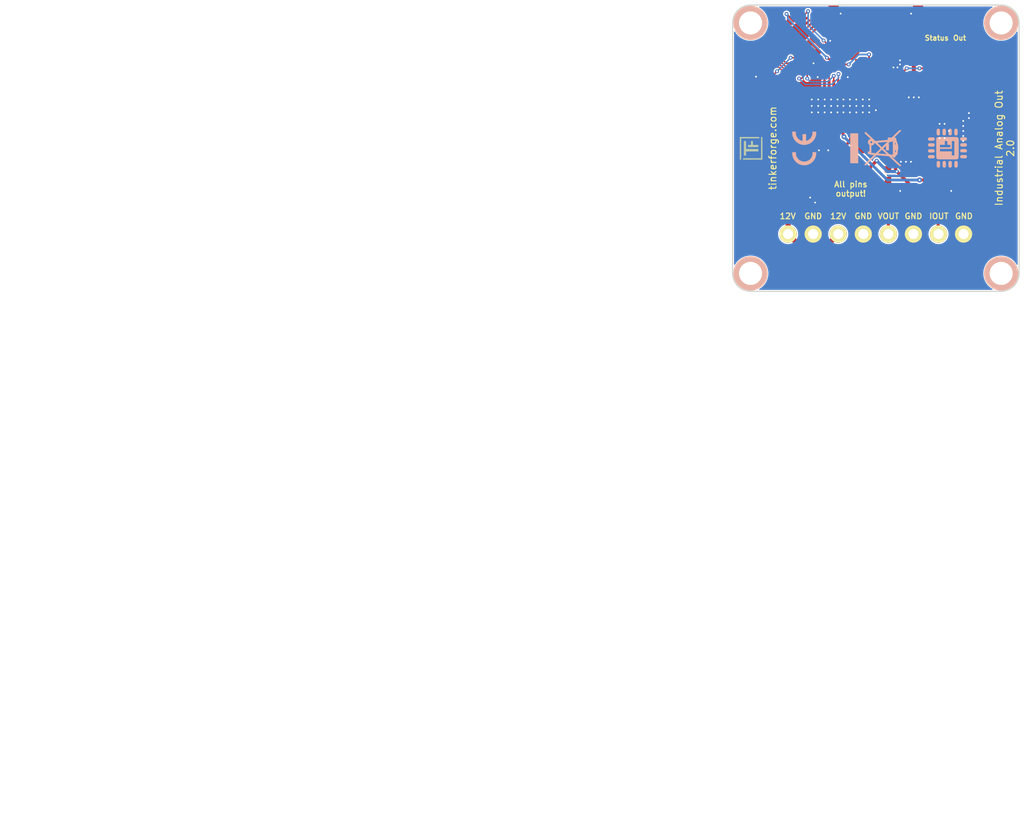
<source format=kicad_pcb>
(kicad_pcb (version 20221018) (generator pcbnew)
  (title_block (title "Industrial Analog Out") (date "2023-01-25") (rev "2.0") (company "Tinkerforge GmbH") (comment 1 "Copyright (©) 2023, T.Schneidermann <tim@tinkerforge.com>"))
  (layers (0 "F.Cu" signal) (31 "B.Cu" signal) (34 "B.Paste" user) (35 "F.Paste" user) (36 "B.SilkS" user "B.Silkscreen") (37 "F.SilkS" user "F.Silkscreen") (38 "B.Mask" user) (39 "F.Mask" user) (44 "Edge.Cuts" user))
  (net 0 "")
  (net 1 "3V3")
  (net 2 "GND")
  (net 3 "+5V")
  (net 4 "Net-(P1-Pad4)")
  (net 5 "Net-(P1-Pad5)")
  (net 6 "Net-(P1-Pad6)")
  (net 7 "+12V")
  (net 8 "Net-(D2-Pad3)")
  (net 9 "Net-(D3-Pad3)")
  (net 10 "Net-(D4-Pad1)")
  (net 11 "Net-(R4-Pad2)")
  (net 12 "Net-(R5-Pad1)")
  (net 13 "Net-(R6-Pad2)")
  (net 14 "Net-(R8-Pad2)")
  (net 15 "Net-(D1-Pad1)")
  (net 16 "Net-(R1-Pad2)")
  (net 17 "Net-(C2-Pad2)")
  (net 18 "Net-(C4-Pad1)")
  (net 19 "Net-(C4-Pad2)")
  (net 20 "Net-(C8-Pad1)")
  (net 21 "Net-(C11-Pad1)")
  (net 22 "Net-(C11-Pad2)")
  (net 23 "Net-(L4-Pad2)")
  (net 24 "Net-(U3-Pad18)")
  (net 25 "Net-(U3-Pad20)")
  (net 26 "Net-(C12-Pad1)")
  (net 27 "Net-(D5-Pad2)")
  (net 28 "Net-(P3-Pad1)")
  (net 29 "Net-(P4-Pad2)")
  (net 30 "S-MISO")
  (net 31 "S-MOSI")
  (net 32 "S-CLK")
  (net 33 "S-CS")
  (net 34 "M-CS")
  (net 35 "M-CLK")
  (net 36 "M-MISO")
  (net 37 "M-MOSI")
  (net 38 "P0.2")
  (net 39 "Net-(RP2-Pad6)")
  (net 40 "Net-(RP2-Pad7)")
  (net 41 "Net-(RP2-Pad8)")
  (net 42 "Net-(U2-Pad3)")
  (net 43 "Net-(U2-Pad4)")
  (net 44 "Net-(U2-Pad5)")
  (net 45 "Net-(U2-Pad6)")
  (net 46 "Net-(U2-Pad8)")
  (net 47 "Net-(U2-Pad16)")
  (net 48 "Net-(U2-Pad17)")
  (net 49 "Net-(U2-Pad19)")
  (net 50 "Net-(U2-Pad21)")
  (net 51 "Net-(U2-Pad2)")
  (net 52 "Net-(D6-Pad2)")
  (net 53 "Net-(RP3-Pad2)")
  (net 54 "Net-(RP3-Pad3)")
  (net 55 "Net-(RP3-Pad5)")
  (net 56 "Net-(RP3-Pad6)")
  (net 57 "Net-(RP3-Pad7)")
  (net 58 "Net-(RP3-Pad8)")
  (footprint "tinkerforge:Fiducial_Mark" (layer "F.Cu") (at 117.1 112.5)
    (fp_text reference "Fiducial_Mark" hide)
    (fp_text value "VAL**" hide)
  )
  (footprint "tinkerforge:Fiducial_Mark" (layer "F.Cu") (at 154.1 87.5)
    (fp_text reference "Fiducial_Mark" hide)
    (fp_text value "VAL**" hide)
  )
  (footprint "tinkerforge:Fiducial_Mark" (layer "F.Cu") (at 117.1 87.5)
    (fp_text reference "Fiducial_Mark" hide)
    (fp_text value "VAL**" hide)
  )
  (footprint "logo:Logo_31x31" (layer "F.Cu") (at 116.6 101.6 90)
    (fp_text reference "G***" hide)
    (fp_text value "Logo_31x31" hide)
  )
  (footprint "kicad-libraries:SOD-123" (layer "F.Cu") (at 144.3 95 180)
    (fp_text reference "D1")
    (fp_text value "B0520LW")
  )
  (footprint "kicad-libraries:SOT23-3" (layer "F.Cu") (at 137.3 107)
    (fp_text reference "D2")
    (fp_text value "DESD1P0RFW")
  )
  (footprint "kicad-libraries:SOT23-3" (layer "F.Cu") (at 144.3 107)
    (fp_text reference "D3")
    (fp_text value "DESD1P0RFW")
  )
  (footprint "kicad-libraries:SOD-323" (layer "F.Cu") (at 125.1 107.6)
    (fp_text reference "D4")
    (fp_text value "CDSOD323-T15SC")
  )
  (footprint "kicad-libraries:OQ_8P" (layer "F.Cu") (at 135.6 112)
    (fp_text reference "P2")
    (fp_text value "CONN_8")
  )
  (footprint "kicad-libraries:TSSOP24-44-PWR" (layer "F.Cu") (at 130.7 94.1 180)
    (fp_text reference "U3")
    (fp_text value "DACX760")
  )
  (footprint "kicad-libraries:DRILL_NP" (layer "F.Cu") (at 118.1 117.5)
    (fp_text reference "U4" hide)
    (fp_text value "DRILL" hide)
  )
  (footprint "kicad-libraries:DRILL_NP" (layer "F.Cu") (at 153.1 117.5)
    (fp_text reference "U5" hide)
    (fp_text value "DRILL" hide)
  )
  (footprint "kicad-libraries:DRILL_NP" (layer "F.Cu") (at 153.1 82.5)
    (fp_text reference "U6" hide)
    (fp_text value "DRILL" hide)
  )
  (footprint "kicad-libraries:DRILL_NP" (layer "F.Cu") (at 118.1 82.5)
    (fp_text reference "U7" hide)
    (fp_text value "DRILL" hide)
  )
  (footprint "kicad-libraries:SOT23-5" (layer "F.Cu") (at 147.8 97.6 -90)
    (fp_text reference "U1")
    (fp_text value "LMR62014X")
  )
  (footprint "kicad-libraries:NR3030" (layer "F.Cu") (at 147.8 92.5)
    (fp_text reference "L2")
    (fp_text value "10µH")
  )
  (footprint "kicad-libraries:C0805" (layer "F.Cu") (at 140.9 91.1 90)
    (fp_text reference "C1")
    (fp_text value "4.7µF")
  )
  (footprint "kicad-libraries:C0805" (layer "F.Cu") (at 148.8 95.1)
    (fp_text reference "C2")
    (fp_text value "4.7µF")
  )
  (footprint "kicad-libraries:C0805" (layer "F.Cu") (at 143.9 97.6 180)
    (fp_text reference "C5")
    (fp_text value "4.7µF")
  )
  (footprint "kicad-libraries:C0805" (layer "F.Cu") (at 139.8 100.1 90)
    (fp_text reference "C7")
    (fp_text value "4.7µF")
  )
  (footprint "kicad-libraries:C1206" (layer "F.Cu") (at 125.3 105 180)
    (fp_text reference "F1")
    (fp_text value "OZCJ0035FF2G")
  )
  (footprint "kicad-libraries:C0805" (layer "F.Cu") (at 137.5 86.5)
    (fp_text reference "C3")
    (fp_text value "10uF")
  )
  (footprint "kicad-libraries:C0603F" (layer "F.Cu") (at 137.5 88)
    (fp_text reference "C13")
    (fp_text value "1uF")
  )
  (footprint "kicad-libraries:C0603F" (layer "F.Cu") (at 126.9 87.1 -135)
    (fp_text reference "C14")
    (fp_text value "100nF")
  )
  (footprint "kicad-libraries:D0603F" (layer "F.Cu") (at 144.1 82.5 -90)
    (fp_text reference "D5")
    (fp_text value "blue")
  )
  (footprint "kicad-libraries:CON-SENSOR2" (layer "F.Cu") (at 135.6 80 180)
    (fp_text reference "P1")
    (fp_text value "CON-SENSOR2")
  )
  (footprint "kicad-libraries:DEBUG_PAD" (layer "F.Cu") (at 127.9 81.2)
    (fp_text reference "P3")
    (fp_text value "DEBUG")
  )
  (footprint "kicad-libraries:SolderJumper" (layer "F.Cu") (at 120 90)
    (fp_text reference "P4")
    (fp_text value "BOOT")
  )
  (footprint "kicad-libraries:4X0402" (layer "F.Cu") (at 130.4 86.8 90)
    (fp_text reference "RP1")
    (fp_text value "82")
  )
  (footprint "kicad-libraries:4X0402" (layer "F.Cu") (at 124.2 88.9 90)
    (fp_text reference "RP2")
    (fp_text value "82")
  )
  (footprint "kicad-libraries:QFN24-4x4mm-0.5mm" (layer "F.Cu") (at 124.8 84 45)
    (fp_text reference "U2")
    (fp_text value "XMC1100")
  )
  (footprint "kicad-libraries:C0603F" (layer "F.Cu") (at 144.5 99.9)
    (fp_text reference "C4")
    (fp_text value "270pF")
  )
  (footprint "kicad-libraries:C0603F" (layer "F.Cu") (at 133.9 89.3)
    (fp_text reference "C6")
    (fp_text value "100nF")
  )
  (footprint "kicad-libraries:C0603F" (layer "F.Cu") (at 128.3 99.5 -90)
    (fp_text reference "C8")
    (fp_text value "100nF")
  )
  (footprint "kicad-libraries:C0603F" (layer "F.Cu") (at 136.9 96.3 -90)
    (fp_text reference "C9")
    (fp_text value "100nF")
  )
  (footprint "kicad-libraries:C0603F" (layer "F.Cu") (at 135.6 96.3 -90)
    (fp_text reference "C10")
    (fp_text value "100pF")
  )
  (footprint "kicad-libraries:C0603F" (layer "F.Cu") (at 130 99.5 90)
    (fp_text reference "C11")
    (fp_text value "1nF")
  )
  (footprint "kicad-libraries:R0603F" (layer "F.Cu") (at 150.4 97.6 -90)
    (fp_text reference "R1")
    (fp_text value "1M")
  )
  (footprint "kicad-libraries:R0603F" (layer "F.Cu") (at 147.4 99.9)
    (fp_text reference "R2")
    (fp_text value "13.3k")
  )
  (footprint "kicad-libraries:R0603F" (layer "F.Cu") (at 144.5 101.2)
    (fp_text reference "R3")
    (fp_text value "118k")
  )
  (footprint "kicad-libraries:R0603F" (layer "F.Cu") (at 133.9 88 180)
    (fp_text reference "R4")
    (fp_text value "10k")
  )
  (footprint "kicad-libraries:R0603F" (layer "F.Cu") (at 127 99.5 -90)
    (fp_text reference "R5")
    (fp_text value "DNP")
  )
  (footprint "kicad-libraries:R0603F" (layer "F.Cu") (at 133.6 99.5 90)
    (fp_text reference "R6")
    (fp_text value "15")
  )
  (footprint "kicad-libraries:R0603F" (layer "F.Cu") (at 132.3 99.5 90)
    (fp_text reference "R7")
    (fp_text value "15")
  )
  (footprint "kicad-libraries:R0603F" (layer "F.Cu") (at 143.4 104.4 180)
    (fp_text reference "R8")
    (fp_text value "10")
  )
  (footprint "kicad-libraries:D0603F" (layer "F.Cu") (at 147.3 82.5 -90)
    (fp_text reference "D6")
    (fp_text value "blue")
  )
  (footprint "kicad-libraries:4X0603" (layer "F.Cu") (at 144.4 87.1 -90)
    (fp_text reference "RP3")
    (fp_text value "1k")
  )
  (footprint "kicad-libraries:C0402F" (layer "F.Cu") (at 130.3 85 180)
    (fp_text reference "C12")
    (fp_text value "220pF")
  )
  (footprint "kicad-libraries:R0603F" (layer "F.Cu") (at 143.2 90.1 180)
    (fp_text reference "L1")
    (fp_text value "FB")
  )
  (footprint "kicad-libraries:R0603F" (layer "F.Cu") (at 140.6 97.6)
    (fp_text reference "L3")
    (fp_text value "FB")
  )
  (footprint "kicad-libraries:R0603F" (layer "F.Cu") (at 137.3 103.7 90)
    (fp_text reference "L4")
    (fp_text value "FB")
  )
  (footprint "kicad-libraries:WEEE_7mm" (layer "B.Cu") (at 135.6 100 90)
    (fp_text reference "VAL" hide)
    (fp_text value "WEEE_7mm_back" hide)
  )
  (footprint "kicad-libraries:CE_5mm" (layer "B.Cu") (at 125.6 100 90)
    (fp_text reference "VAL" hide)
    (fp_text value "CE_5mm" hide)
  )
  (footprint "kicad-libraries:Logo_CoMCU" (layer "B.Cu") (at 145.6 100 90)
    (fp_text reference "G***" hide)
    (fp_text value "LOGO" hide)
  )
  (gr_arc (start 115.6 82.5) (mid 116.332233 80.732233) (end 118.1 80) (stroke (width 0.15)) (layer "Edge.Cuts"))
  (gr_line (start 155.6 117.5) (end 155.6 82.5) (stroke (width 0.15)) (layer "Edge.Cuts"))
  (gr_arc (start 118.1 120) (mid 116.332233 119.267767) (end 115.6 117.5) (stroke (width 0.15)) (layer "Edge.Cuts"))
  (gr_line (start 118.1 120) (end 153.1 120) (stroke (width 0.15)) (layer "Edge.Cuts"))
  (gr_arc (start 155.6 117.5) (mid 154.867767 119.267767) (end 153.1 120) (stroke (width 0.15)) (layer "Edge.Cuts"))
  (gr_line (start 115.6 82.5) (end 115.6 117.5) (stroke (width 0.15)) (layer "Edge.Cuts"))
  (gr_line (start 153.1 80) (end 118.1 80) (stroke (width 0.15)) (layer "Edge.Cuts"))
  (gr_arc (start 153.1 80) (mid 154.867767 80.732233) (end 155.6 82.5) (stroke (width 0.15)) (layer "Edge.Cuts"))
  (gr_text "GND" (at 133.85 109.5) (layer "F.SilkS") (effects (font (size 0.8 0.8))))
  (gr_text "VOUT" (at 137.35 109.5) (layer "F.SilkS") (effects (font (size 0.8 0.8))))
  (gr_text "tinkerforge.com" (at 121.2 100 90) (layer "F.SilkS") (effects (font (size 1 1))))
  (gr_text "GND" (at 126.85 109.5) (layer "F.SilkS") (effects (font (size 0.8 0.8))))
  (gr_text "All pins\noutput!" (at 132.1 105.7) (layer "F.SilkS") (effects (font (size 0.8 0.8))))
  (gr_text "IOUT" (at 144.4 109.5) (layer "F.SilkS") (effects (font (size 0.8 0.8))))
  (gr_text "12V" (at 130.35 109.5) (layer "F.SilkS") (effects (font (size 0.8 0.8))))
  (gr_text "GND" (at 147.9 109.5) (layer "F.SilkS") (effects (font (size 0.8 0.8))))
  (gr_text "Status" (at 144.1 84.6) (layer "F.SilkS") (effects (font (size 0.7 0.7))))
  (gr_text "12V" (at 123.3 109.5) (layer "F.SilkS") (effects (font (size 0.8 0.8))))
  (gr_text "GND" (at 140.85 109.5) (layer "F.SilkS") (effects (font (size 0.8 0.8))))
  (gr_text "Industrial Analog Out\n2.0" (at 153.6 100 90) (layer "F.SilkS") (effects (font (size 1 1))))
  (gr_text "Out" (at 147.3 84.6) (layer "F.SilkS") (effects (font (size 0.7 0.7))))
  (segment (start 133.62354 89.82364) (end 133.0999 89.3) (width 0.4) (layer "F.Cu") (net 1))
  (segment (start 133.35 89.3) (end 133.0999 89.3) (width 0.4) (layer "F.Cu") (net 1))
  (segment (start 136.85 85.61) (end 136.48924 85.97076) (width 0.5) (layer "F.Cu") (net 1))
  (segment (start 136.48924 85.97076) (end 136.48924 86.5) (width 0.5) (layer "F.Cu") (net 1))
  (segment (start 136.48924 87.15924) (end 136.74 87.41) (width 0.5) (layer "F.Cu") (net 1))
  (segment (start 136.74 87.41) (end 136.74 87.99) (width 0.5) (layer "F.Cu") (net 1))
  (segment (start 134.64 86.91) (end 134.65 86.92) (width 0.3) (layer "F.Cu") (net 1))
  (segment (start 139.91 88.85) (end 139.36 89.4) (width 0.25) (layer "F.Cu") (net 1))
  (segment (start 139.36 89.4) (end 137.21 89.4) (width 0.25) (layer "F.Cu") (net 1))
  (segment (start 137.21 89.4) (end 136.74 88.93) (width 0.25) (layer "F.Cu") (net 1))
  (segment (start 136.74 87.99) (end 136.74 88.93) (width 0.25) (layer "F.Cu") (net 1))
  (segment (start 147.25 88.85) (end 148.6 87.5) (width 0.254) (layer "F.Cu") (net 1))
  (segment (start 148.6 87.5) (end 148.6 82.7) (width 0.254) (layer "F.Cu") (net 1))
  (segment (start 148.6 82.7) (end 147.65 81.75) (width 0.254) (layer "F.Cu") (net 1))
  (segment (start 147.65 81.75) (end 147.3 81.75) (width 0.254) (layer "F.Cu") (net 1))
  (segment (start 127.43033 86.276777) (end 126.408668 85.255115) (width 0.2) (layer "F.Cu") (net 1))
  (segment (start 136.73 88) (end 136.74 87.99) (width 0.55) (layer "F.Cu") (net 1))
  (segment (start 128.922182 88.3) (end 131.8 88.3) (width 0.25) (layer "F.Cu") (net 1))
  (segment (start 127.43033 86.56967) (end 127.43033 86.808148) (width 0.25) (layer "F.Cu") (net 1))
  (segment (start 134.65 88) (end 136.73 88) (width 0.55) (layer "F.Cu") (net 1))
  (segment (start 136.85 84.6) (end 136.85 85.61) (width 0.5) (layer "F.Cu") (net 1))
  (segment (start 133.35 89.3) (end 133.9 88.75) (width 0.3) (layer "F.Cu") (net 1))
  (segment (start 133.62354 91.17646) (end 133.62354 89.82364) (width 0.4) (layer "F.Cu") (net 1))
  (segment (start 133.9 88.55) (end 134.45 88) (width 0.3) (layer "F.Cu") (net 1))
  (segment (start 141.7 88.85) (end 147.25 88.85) (width 0.254) (layer "F.Cu") (net 1))
  (segment (start 134.45 88) (end 134.65 88) (width 0.3) (layer "F.Cu") (net 1))
  (segment (start 133.9 88.75) (end 133.9 88.55) (width 0.3) (layer "F.Cu") (net 1))
  (segment (start 134.65 86.92) (end 134.65 88) (width 0.25) (layer "F.Cu") (net 1))
  (segment (start 136.48924 86.5) (end 136.48924 87.15924) (width 0.5) (layer "F.Cu") (net 1))
  (segment (start 144.1 81.75) (end 147.3 81.75) (width 0.254) (layer "F.Cu") (net 1))
  (segment (start 133.15 89.3) (end 133.35 89.3) (width 0.3) (layer "F.Cu") (net 1))
  (segment (start 127.43033 86.56967) (end 127.43033 86.276777) (width 0.2) (layer "F.Cu") (net 1))
  (segment (start 127.43033 86.808148) (end 128.922182 88.3) (width 0.25) (layer "F.Cu") (net 1))
  (via (at 141.7 88.85) (size 0.55) (drill 0.25) (layers "F.Cu" "B.Cu") (net 1))
  (via (at 139.91 88.85) (size 0.55) (drill 0.25) (layers "F.Cu" "B.Cu") (net 1))
  (via (at 134.64 86.91) (size 0.55) (drill 0.25) (layers "F.Cu" "B.Cu") (net 1))
  (via (at 131.8 88.3) (size 0.55) (drill 0.25) (layers "F.Cu" "B.Cu") (net 1))
  (segment (start 131.8 88.3) (end 133.19 86.91) (width 0.25) (layer "B.Cu") (net 1))
  (segment (start 133.19 86.91) (end 134.64 86.91) (width 0.25) (layer "B.Cu") (net 1))
  (segment (start 141.7 88.85) (end 139.91 88.85) (width 0.25) (layer "B.Cu") (net 1))
  (segment (start 133.62354 96.07646) (end 134.2001 95.4999) (width 0.4) (layer "F.Cu") (net 2))
  (segment (start 134.2001 95.4999) (end 135.6 95.4999) (width 0.4) (layer "F.Cu") (net 2))
  (segment (start 134.27378 89.72632) (end 134.7001 89.3) (width 0.4) (layer "F.Cu") (net 2))
  (segment (start 131.67282 90.07718) (end 131.675 90.075) (width 0.4) (layer "F.Cu") (net 2))
  (segment (start 132.32306 90.72306) (end 131.675 90.075) (width 0.4) (layer "F.Cu") (net 2))
  (segment (start 131.02258 90.72742) (end 131.675 90.075) (width 0.4) (layer "F.Cu") (net 2))
  (segment (start 128.9499 100.3001) (end 128.95 100.3) (width 0.4) (layer "F.Cu") (net 2))
  (segment (start 129.07694 100.17306) (end 128.95 100.3) (width 0.3) (layer "F.Cu") (net 2))
  (segment (start 127.6499 100.3001) (end 127.65 100.3) (width 0.4) (layer "F.Cu") (net 2))
  (segment (start 127.6501 100.3001) (end 127.65 100.3) (width 0.4) (layer "F.Cu") (net 2))
  (segment (start 140.85018 109.80018) (end 138.189 107.139) (width 0.7) (layer "F.Cu") (net 2))
  (segment (start 138.189 107.139) (end 138.189 105.984) (width 0.7) (layer "F.Cu") (net 2))
  (segment (start 138.991 105.984) (end 139 105.975) (width 0.7) (layer "F.Cu") (net 2))
  (segment (start 147.85042 110.60042) (end 145.725 108.475) (width 0.7) (layer "F.Cu") (net 2))
  (segment (start 145.725 108.475) (end 145.725 106.52) (width 0.7) (layer "F.Cu") (net 2))
  (segment (start 145.725 106.52) (end 145.189 105.984) (width 0.7) (layer "F.Cu") (net 2))
  (segment (start 146.116 105.984) (end 146.125 105.975) (width 0.7) (layer "F.Cu") (net 2))
  (segment (start 133.84994 111.62494) (end 131.55 109.325) (width 0.7) (layer "F.Cu") (net 2))
  (segment (start 131.55 109.325) (end 127.225 109.325) (width 0.7) (layer "F.Cu") (net 2))
  (segment (start 127.225 109.325) (end 126.4208 108.5208) (width 0.7) (layer "F.Cu") (net 2))
  (segment (start 126.4208 108.5208) (end 126.4208 107.6) (width 0.7) (layer "F.Cu") (net 2))
  (segment (start 126.8497 108.9497) (end 126.4208 108.5208) (width 0.7) (layer "F.Cu") (net 2))
  (segment (start 126.4208 106.9042) (end 126.425 106.9) (width 0.7) (layer "F.Cu") (net 2))
  (segment (start 131.02258 93.77742) (end 130.7 94.1) (width 0.4) (layer "F.Cu") (net 2))
  (segment (start 131.67282 93.12718) (end 130.7 94.1) (width 0.4) (layer "F.Cu") (net 2))
  (segment (start 127.77646 92.85146) (end 129.025 94.1) (width 0.4) (layer "F.Cu") (net 2))
  (segment (start 129.025 94.1) (end 130.7 94.1) (width 0.4) (layer "F.Cu") (net 2))
  (segment (start 127.12622 92.52622) (end 128.7 94.1) (width 0.4) (layer "F.Cu") (net 2))
  (segment (start 128.7 94.1) (end 130.7 94.1) (width 0.4) (layer "F.Cu") (net 2))
  (segment (start 133.62354 95.72354) (end 132 94.1) (width 0.4) (layer "F.Cu") (net 2))
  (segment (start 132 94.1) (end 130.7 94.1) (width 0.4) (layer "F.Cu") (net 2))
  (segment (start 132.32306 92.47694) (end 130.7 94.1) (width 0.4) (layer "F.Cu") (net 2))
  (segment (start 130.25 94.1) (end 129.35 95) (width 0.7) (layer "F.Cu") (net 2))
  (segment (start 130.7 94.55) (end 130.25 95) (width 0.7) (layer "F.Cu") (net 2))
  (segment (start 130.7 94.625) (end 131.075 95) (width 0.7) (layer "F.Cu") (net 2))
  (segment (start 131.075 94.1) (end 131.975 95) (width 0.7) (layer "F.Cu") (net 2))
  (segment (start 131.075 94.1) (end 131.975 93.2) (width 0.7) (layer "F.Cu") (net 2))
  (segment (start 130.7 93.575) (end 131.075 93.2) (width 0.7) (layer "F.Cu") (net 2))
  (segment (start 130.7 93.65) (end 130.25 93.2) (width 0.7) (layer "F.Cu") (net 2))
  (segment (start 130.25 94.1) (end 129.35 93.2) (width 0.7) (layer "F.Cu") (net 2))
  (segment (start 129.35 94.1) (end 128.45 93.2) (width 0.7) (layer "F.Cu") (net 2))
  (segment (start 147.79924 96.19924) (end 147.8 96.2) (width 0.7) (layer "F.Cu") (net 2))
  (segment (start 147.9 95.1) (end 148.6 95.8) (width 0.7) (layer "F.Cu") (net 2))
  (segment (start 144.90076 97.00076) (end 144.5 96.6) (width 0.7) (layer "F.Cu") (net 2))
  (segment (start 144.90076 96.89924) (end 145.2 96.6) (width 0.7) (layer "F.Cu") (net 2))
  (segment (start 144.90076 98.19924) (end 144.5 98.6) (width 0.7) (layer "F.Cu") (net 2))
  (segment (start 144.90076 98.30076) (end 145.2 98.6) (width 0.7) (layer "F.Cu") (net 2))
  (segment (start 148.2001 99.4001) (end 147.8 99) (width 0.7) (layer "F.Cu") (net 2))
  (segment (start 140.5 101.80076) (end 140.5 101.9) (width 0.7) (layer "F.Cu") (net 2))
  (segment (start 139.1 101.80076) (end 139.1 101.9) (width 0.7) (layer "F.Cu") (net 2))
  (segment (start 140.9 92.2) (end 141.6 92.9) (width 0.7) (layer "F.Cu") (net 2))
  (segment (start 140.9 92.2) (end 140.2 92.9) (width 0.7) (layer "F.Cu") (net 2))
  (segment (start 126.36967 86.53033) (end 126.5 86.4) (width 0.2) (layer "F.Cu") (net 2))
  (segment (start 126.5 86.4) (end 126.5 86.053553) (width 0.2) (layer "F.Cu") (net 2))
  (segment (start 126.5 86.053553) (end 126.055115 85.608668) (width 0.2) (layer "F.Cu") (net 2))
  (segment (start 138.1 85.57) (end 138.49076 85.96076) (width 0.5) (layer "F.Cu") (net 2))
  (segment (start 138.49076 85.96076) (end 138.49076 86.5) (width 0.5) (layer "F.Cu") (net 2))
  (segment (start 138.49076 87.15924) (end 138.24 87.41) (width 0.5) (layer "F.Cu") (net 2))
  (segment (start 138.24 87.41) (end 138.24 87.99) (width 0.5) (layer "F.Cu") (net 2))
  (segment (start 138.71 87.99) (end 138.97 87.73) (width 0.5) (layer "F.Cu") (net 2))
  (segment (start 138.67 87.99) (end 138.97 88.29) (width 0.5) (layer "F.Cu") (net 2))
  (segment (start 138.62 88.72) (end 138.24 88.34) (width 0.5) (layer "F.Cu") (net 2))
  (segment (start 138.24 88.54) (end 138.06 88.72) (width 0.5) (layer "F.Cu") (net 2))
  (segment (start 138.97 88.37) (end 138.62 88.72) (width 0.55) (layer "F.Cu") (net 2))
  (segment (start 126.048668 85.608668) (end 125.359239 84.919239) (width 0.2) (layer "F.Cu") (net 2))
  (segment (start 125.359239 84.919239) (end 124.8 84.919239) (width 0.2) (layer "F.Cu") (net 2))
  (segment (start 125.719239 84) (end 124.8 84.919239) (width 0.2) (layer "F.Cu") (net 2))
  (segment (start 127.12622 90.41378) (end 127.47 90.07) (width 0.3) (layer "F.Cu") (net 2))
  (segment (start 127.77646 90.37646) (end 127.47 90.07) (width 0.3) (layer "F.Cu") (net 2))
  (segment (start 126.39033 87.63033) (end 126.9 88.14) (width 0.55) (layer "F.Cu") (net 2))
  (segment (start 119.63 90.56) (end 119.49 90.42) (width 0.2) (layer "F.Cu") (net 2))
  (segment (start 119.49 90.42) (end 119.49 90.01) (width 0.2) (layer "F.Cu") (net 2))
  (segment (start 119.49 89.64) (end 119.65 89.48) (width 0.2) (layer "F.Cu") (net 2))
  (segment (start 119.65 89.48) (end 119.81 89.48) (width 0.2) (layer "F.Cu") (net 2))
  (segment (start 119.81 89.48) (end 119.765 89.46) (width 0.2) (layer "F.Cu") (net 2))
  (segment (start 127.6 100.25) (end 127.65 100.3) (width 0.55) (layer "F.Cu") (net 2))
  (segment (start 127.7 100.25) (end 127.65 100.3) (width 0.55) (layer "F.Cu") (net 2))
  (segment (start 130.7 94.1) (end 130.25 94.1) (width 0.7) (layer "F.Cu") (net 2))
  (segment (start 144.90076 97.6) (end 144.90076 97.00076) (width 0.7) (layer "F.Cu") (net 2))
  (segment (start 147.8 99) (end 147.8 98.3) (width 0.7) (layer "F.Cu") (net 2))
  (segment (start 147.85042 112.025) (end 147.85042 110.60042) (width 0.7) (layer "F.Cu") (net 2))
  (segment (start 138.24 87.99) (end 138.24 88.34) (width 0.5) (layer "F.Cu") (net 2))
  (segment (start 133.775 93.2) (end 132.875 93.2) (width 0.7) (layer "F.Cu") (net 2))
  (segment (start 127.55 94.1) (end 128.45 94.1) (width 0.7) (layer "F.Cu") (net 2))
  (segment (start 132.32306 91.17646) (end 132.32306 92.47694) (width 0.4) (layer "F.Cu") (net 2))
  (segment (start 130.7 94.1) (end 130.7 94.625) (width 0.7) (layer "F.Cu") (net 2))
  (segment (start 147.79924 95.1) (end 148.6 95.1) (width 0.7) (layer "F.Cu") (net 2))
  (segment (start 119.765 90.56) (end 119.63 90.56) (width 0.2) (layer "F.Cu") (net 2))
  (segment (start 130.7 94.1) (end 130.7 93.575) (width 0.7) (layer "F.Cu") (net 2))
  (segment (start 127.55 95) (end 127.55 94.1) (width 0.7) (layer "F.Cu") (net 2))
  (segment (start 133.775 95) (end 132.875 95) (width 0.7) (layer "F.Cu") (net 2))
  (segment (start 119.49 90.01) (end 118.86 90.01) (width 0.2) (layer "F.Cu") (net 2))
  (segment (start 131.02258 91.17646) (end 131.02258 90.72742) (width 0.4) (layer "F.Cu") (net 2))
  (segment (start 147.79924 95.1) (end 147.79924 95.10076) (width 0.7) (layer "F.Cu") (net 2))
  (segment (start 127.55 94.1) (end 126.65 94.1) (width 0.7) (layer "F.Cu") (net 2))
  (segment (start 148.2001 99.9) (end 148.2001 99.4001) (width 0.7) (layer "F.Cu") (net 2))
  (segment (start 147.8 98.3) (end 147.8 97.6) (width 0.7) (layer "F.Cu") (net 2))
  (segment (start 119.49 90.01) (end 119.49 89.64) (width 0.2) (layer "F.Cu") (net 2))
  (segment (start 140.85018 112.025) (end 140.85018 109.80018) (width 0.7) (layer "F.Cu") (net 2))
  (segment (start 147.79924 95.1) (end 147.9 95.1) (width 0.7) (layer "F.Cu") (net 2))
  (segment (start 126.36967 87.63033) (end 126.39033 87.63033) (width 0.55) (layer "F.Cu") (net 2))
  (segment (start 130.7 94.1) (end 130.7 93.65) (width 0.7) (layer "F.Cu") (net 2))
  (segment (start 138.97 88.29) (end 138.97 87.73) (width 0.55) (layer "F.Cu") (net 2))
  (segment (start 127.55 94.1) (end 130.7 94.1) (width 0.7) (layer "F.Cu") (net 2))
  (segment (start 128.3 100.25) (end 127.7 100.25) (width 0.55) (layer "F.Cu") (net 2))
  (segment (start 129.07694 97.02354) (end 129.07694 100.17306) (width 0.3) (layer "F.Cu") (net 2))
  (segment (start 138.49076 86.5) (end 138.49076 87.15924) (width 0.5) (layer "F.Cu") (net 2))
  (segment (start 139.8 101.10076) (end 139.8 101.9) (width 0.7) (layer "F.Cu") (net 2))
  (segment (start 147.79924 95.1) (end 147.79924 96.19924) (width 0.7) (layer "F.Cu") (net 2))
  (segment (start 126.055115 85.608668) (end 126.048668 85.608668) (width 0.2) (layer "F.Cu") (net 2))
  (segment (start 128.9499 100.3001) (end 128.3 100.3001) (width 0.4) (layer "F.Cu") (net 2))
  (segment (start 134.675 95) (end 133.775 95) (width 0.7) (layer "F.Cu") (net 2))
  (segment (start 126.4208 107.6) (end 127.125 107.6) (width 0.7) (layer "F.Cu") (net 2))
  (segment (start 133.62354 97.02354) (end 133.62354 96.07646) (width 0.4) (layer "F.Cu") (net 2))
  (segment (start 135.6 95.4999) (end 136.9 95.4999) (width 0.4) (layer "F.Cu") (net 2))
  (segment (start 128.3 100.3001) (end 127.6501 100.3001) (width 0.4) (layer "F.Cu") (net 2))
  (segment (start 127.12622 91.17646) (end 127.12622 92.52622) (width 0.4) (layer "F.Cu") (net 2))
  (segment (start 147.8 96.9) (end 147.8 96.2) (width 0.7) (layer "F.Cu") (net 2))
  (segment (start 130.7 94.1) (end 131.975 94.1) (width 0.7) (layer "F.Cu") (net 2))
  (segment (start 129.8 85) (end 129.22 85) (width 0.55) (layer "F.Cu") (net 2))
  (segment (start 127.77646 91.17646) (end 127.77646 92.85146) (width 0.4) (layer "F.Cu") (net 2))
  (segment (start 138.06 88.17) (end 138.06 88.72) (width 0.55) (layer "F.Cu") (net 2))
  (segment (start 140.9 92.10076) (end 140.9 92.2) (width 0.7) (layer "F.Cu") (net 2))
  (segment (start 133.775 94.1) (end 134.675 94.1) (width 0.7) (layer "F.Cu") (net 2))
  (segment (start 139.8 101.10076) (end 140.5 101.80076) (width 0.7) (layer "F.Cu") (net 2))
  (segment (start 126.4208 107.6) (end 126.4208 106.9042) (width 0.7) (layer "F.Cu") (net 2))
  (segment (start 131.67282 91.17646) (end 131.67282 90.07718) (width 0.3) (layer "F.Cu") (net 2))
  (segment (start 138.06 88.72) (end 138.62 88.72) (width 0.55) (layer "F.Cu") (net 2))
  (segment (start 123.880761 84) (end 124.8 83.080761) (width 0.2) (layer "F.Cu") (net 2))
  (segment (start 138.1 84.6) (end 138.1 85.57) (width 0.5) (layer "F.Cu") (net 2))
  (segment (start 127.55 95) (end 128.45 95) (width 0.7) (layer "F.Cu") (net 2))
  (segment (start 131.67282 91.17646) (end 131.67282 93.12718) (width 0.4) (layer "F.Cu") (net 2))
  (segment (start 144.90076 97.6) (end 144.90076 96.89924) (width 0.7) (layer "F.Cu") (net 2))
  (segment (start 144.90076 97.6) (end 144.90076 98.30076) (width 0.7) (layer "F.Cu") (net 2))
  (segment (start 134.27378 91.17646) (end 134.27378 89.72632) (width 0.4) (layer "F.Cu") (net 2))
  (segment (start 147.8 97.6) (end 147.8 96.9) (width 0.7) (layer "F.Cu") (net 2))
  (segment (start 138.24 87.99) (end 138.67 87.99) (width 0.5) (layer "F.Cu") (net 2))
  (segment (start 127.12622 90.41378) (end 127.12622 91.17646) (width 0.3) (layer "F.Cu") (net 2))
  (segment (start 130.7 94.1) (end 129.35 94.1) (width 0.7) (layer "F.Cu") (net 2))
  (segment (start 141.5 81.2) (end 140.52 81.2) (width 0.55) (layer "F.Cu") (net 2))
  (segment (start 133.62354 97.02354) (end 133.62354 95.72354) (width 0.4) (layer "F.Cu") (net 2))
  (segment (start 124.8 83.080761) (end 125.719239 84) (width 0.2) (layer "F.Cu") (net 2))
  (segment (start 126.65 95) (end 127.55 95) (width 0.7) (layer "F.Cu") (net 2))
  (segment (start 133.775 93.2) (end 133.775 94.1) (width 0.7) (layer "F.Cu") (net 2))
  (segment (start 127.77646 91.17646) (end 127.77646 90.37646) (width 0.3) (layer "F.Cu") (net 2))
  (segment (start 126.36967 87.63033) (end 126.36967 86.53033) (width 0.2) (layer "F.Cu") (net 2))
  (segment (start 146.60112 97.6) (end 147.8 97.6) (width 0.7) (layer "F.Cu") (net 2))
  (segment (start 133.775 94.1) (end 132.875 94.1) (width 0.7) (layer "F.Cu") (net 2))
  (segment (start 127.55 93.2) (end 127.55 94.1) (width 0.7) (layer "F.Cu") (net 2))
  (segment (start 138.24 88.54) (end 138.24 87.99) (width 0.5) (layer "F.Cu") (net 2))
  (segment (start 130.7 94.1) (end 131.075 94.1) (width 0.7) (layer "F.Cu") (net 2))
  (segment (start 132.32306 91.17646) (end 132.32306 90.72306) (width 0.4) (layer "F.Cu") (net 2))
  (segment (start 129.7 81.2) (end 130.68 81.2) (width 0.55) (layer "F.Cu") (net 2))
  (segment (start 130.7 94.1) (end 130.7 94.55) (width 0.7) (layer "F.Cu") (net 2))
  (segment (start 126.8497 112.025) (end 126.8497 108.9497) (width 0.7) (layer "F.Cu") (net 2))
  (segment (start 139.8 101.10076) (end 139.1 101.80076) (width 0.7) (layer "F.Cu") (net 2))
  (segment (start 133.84994 112.025) (end 133.84994 111.62494) (width 0.7) (layer "F.Cu") (net 2))
  (segment (start 144.90076 97.6) (end 144.90076 98.19924) (width 0.7) (layer "F.Cu") (net 2))
  (segment (start 146.116 105.984) (end 145.189 105.984) (width 0.7) (layer "F.Cu") (net 2))
  (segment (start 133.775 95) (end 133.775 94.1) (width 0.7) (layer "F.Cu") (net 2))
  (segment (start 127 100.25) (end 127.6 100.25) (width 0.55) (layer "F.Cu") (net 2))
  (segment (start 138.97 88.29) (end 138.97 88.37) (width 0.5) (layer "F.Cu") (net 2))
  (segment (start 126.65 93.2) (end 127.55 93.2) (width 0.7) (layer "F.Cu") (net 2))
  (segment (start 133.775 94.1) (end 130.7 94.1) (width 0.7) (layer "F.Cu") (net 2))
  (segment (start 124.8 84.919239) (end 123.880761 84) (width 0.2) (layer "F.Cu") (net 2))
  (segment (start 135.6 95.4999) (end 135.6 94.7) (width 0.7) (layer "F.Cu") (net 2))
  (segment (start 138.71 87.99) (end 138.24 87.99) (width 0.55) (layer "F.Cu") (net 2))
  (segment (start 127.6499 100.3001) (end 127 100.3001) (width 0.4) (layer "F.Cu") (net 2))
  (segment (start 138.189 105.984) (end 138.991 105.984) (width 0.7) (layer "F.Cu") (net 2))
  (segment (start 131.02258 91.17646) (end 131.02258 93.77742) (width 0.4) (layer "F.Cu") (net 2))
  (segment (start 140.9 92.10076) (end 140.9 92.9) (width 0.7) (layer "F.Cu") (net 2))
  (segment (start 134.675 93.2) (end 133.775 93.2) (width 0.7) (layer "F.Cu") (net 2))
  (segment (start 146.60112 97.6) (end 145.8 97.6) (width 0.7) (layer "F.Cu") (net 2))
  (via (at 138.97 87.73) (size 0.55) (drill 0.25) (layers "F.Cu" "B.Cu") (net 2))
  (via (at 128.45 94.1) (size 0.7) (drill 0.25) (layers "F.Cu" "B.Cu") (net 2))
  (via (at 132.875 95) (size 0.7) (drill 0.25) (layers "F.Cu" "B.Cu") (net 2))
  (via (at 127.55 95) (size 0.7) (drill 0.25) (layers "F.Cu" "B.Cu") (net 2))
  (via (at 138.97 88.29) (size 0.55) (drill 0.25) (layers "F.Cu" "B.Cu") (net 2))
  (via (at 126.65 93.2) (size 0.7) (drill 0.25) (layers "F.Cu" "B.Cu") (net 2))
  (via (at 130.25 94.1) (size 0.7) (drill 0.25) (layers "F.Cu" "B.Cu") (net 2))
  (via (at 129.35 93.2) (size 0.7) (drill 0.25) (layers "F.Cu" "B.Cu") (net 2))
  (via (at 134.675 93.2) (size 0.7) (drill 0.25) (layers "F.Cu" "B.Cu") (net 2))
  (via (at 127.125 107.6) (size 0.7) (drill 0.25) (layers "F.Cu" "B.Cu") (net 2))
  (via (at 127.47 90.07) (size 0.55) (drill 0.25) (layers "F.Cu" "B.Cu") (net 2))
  (via (at 131.975 94.1) (size 0.7) (drill 0.25) (layers "F.Cu" "B.Cu") (net 2))
  (via (at 139 105.975) (size 0.7) (drill 0.25) (layers "F.Cu" "B.Cu") (net 2))
  (via (at 145.2 96.6) (size 0.7) (drill 0.25) (layers "F.Cu" "B.Cu") (net 2))
  (via (at 140.2 92.9) (size 0.7) (drill 0.25) (layers "F.Cu" "B.Cu") (net 2))
  (via (at 147.8 96.2) (size 0.7) (drill 0.25) (layers "F.Cu" "B.Cu") (net 2))
  (via (at 147.8 98.3) (size 0.7) (drill 0.25) (layers "F.Cu" "B.Cu") (net 2))
  (via (at 138.06 88.72) (size 0.55) (drill 0.25) (layers "F.Cu" "B.Cu") (net 2))
  (via (at 147.8 97.6) (size 0.7) (drill 0.25) (layers "F.Cu" "B.Cu") (net 2))
  (via (at 140.9 92.9) (size 0.7) (drill 0.25) (layers "F.Cu" "B.Cu") (net 2))
  (via (at 127.65 100.3) (size 0.55) (drill 0.25) (layers "F.Cu" "B.Cu") (net 2))
  (via (at 127.55 93.2) (size 0.7) (drill 0.25) (layers "F.Cu" "B.Cu") (net 2))
  (via (at 133.775 93.2) (size 0.7) (drill 0.25) (layers "F.Cu" "B.Cu") (net 2))
  (via (at 141.6 92.9) (size 0.7) (drill 0.25) (layers "F.Cu" "B.Cu") (net 2))
  (via (at 131.075 95) (size 0.7) (drill 0.25) (layers "F.Cu" "B.Cu") (net 2))
  (via (at 127.55 94.1) (size 0.7) (drill 0.25) (layers "F.Cu" "B.Cu") (net 2))
  (via (at 138.62 88.72) (size 0.55) (drill 0.25) (layers "F.Cu" "B.Cu") (net 2))
  (via (at 131.975 93.2) (size 0.7) (drill 0.25) (layers "F.Cu" "B.Cu") (net 2))
  (via (at 129.35 94.1) (size 0.7) (drill 0.25) (layers "F.Cu" "B.Cu") (net 2))
  (via (at 130.25 95) (size 0.7) (drill 0.25) (layers "F.Cu" "B.Cu") (net 2))
  (via (at 147.8 99) (size 0.7) (drill 0.25) (layers "F.Cu" "B.Cu") (net 2))
  (via (at 130.68 81.2) (size 0.55) (drill 0.25) (layers "F.Cu" "B.Cu") (net 2))
  (via (at 144.5 98.6) (size 0.7) (drill 0.25) (layers "F.Cu" "B.Cu") (net 2))
  (via (at 139.8 101.9) (size 0.7) (drill 0.25) (layers "F.Cu" "B.Cu") (net 2))
  (via (at 132.875 93.2) (size 0.7) (drill 0.25) (layers "F.Cu" "B.Cu") (net 2))
  (via (at 147.8 96.9) (size 0.7) (drill 0.25) (layers "F.Cu" "B.Cu") (net 2))
  (via (at 118.86 90.01) (size 0.55) (drill 0.25) (layers "F.Cu" "B.Cu") (net 2))
  (via (at 126.425 106.9) (size 0.7) (drill 0.25) (layers "F.Cu" "B.Cu") (net 2))
  (via (at 126.9 88.14) (size 0.55) (drill 0.25) (layers "F.Cu" "B.Cu") (net 2))
  (via (at 140.5 101.9) (size 0.7) (drill 0.25) (layers "F.Cu" "B.Cu") (net 2))
  (via (at 148.6 95.1) (size 0.7) (drill 0.25) (layers "F.Cu" "B.Cu") (net 2))
  (via (at 130.25 93.2) (size 0.7) (drill 0.25) (layers "F.Cu" "B.Cu") (net 2))
  (via (at 126.65 94.1) (size 0.7) (drill 0.25) (layers "F.Cu" "B.Cu") (net 2))
  (via (at 145.2 98.6) (size 0.7) (drill 0.25) (layers "F.Cu" "B.Cu") (net 2))
  (via (at 129.22 85) (size 0.55) (drill 0.25) (layers "F.Cu" "B.Cu") (net 2))
  (via (at 132.875 94.1) (size 0.7) (drill 0.25) (layers "F.Cu" "B.Cu") (net 2))
  (via (at 146.125 105.975) (size 0.7) (drill 0.25) (layers "F.Cu" "B.Cu") (net 2))
  (via (at 131.67282 90.07718) (size 0.55) (drill 0.25) (layers "F.Cu" "B.Cu") (net 2))
  (via (at 128.45 95) (size 0.7) (drill 0.25) (layers "F.Cu" "B.Cu") (net 2))
  (via (at 128.95 100.3) (size 0.55) (drill 0.25) (layers "F.Cu" "B.Cu") (net 2))
  (via (at 131.075 93.2) (size 0.7) (drill 0.25) (layers "F.Cu" "B.Cu") (net 2))
  (via (at 131.075 94.1) (size 0.7) (drill 0.25) (layers "F.Cu" "B.Cu") (net 2))
  (via (at 128.45 93.2) (size 0.7) (drill 0.25) (layers "F.Cu" "B.Cu") (net 2))
  (via (at 140.52 81.2) (size 0.55) (drill 0.25) (layers "F.Cu" "B.Cu") (net 2))
  (via (at 139.1 101.9) (size 0.7) (drill 0.25) (layers "F.Cu" "B.Cu") (net 2))
  (via (at 148.6 95.8) (size 0.7) (drill 0.25) (layers "F.Cu" "B.Cu") (net 2))
  (via (at 134.675 95) (size 0.7) (drill 0.25) (layers "F.Cu" "B.Cu") (net 2))
  (via (at 145.8 97.6) (size 0.7) (drill 0.25) (layers "F.Cu" "B.Cu") (net 2))
  (via (at 131.975 95) (size 0.7) (drill 0.25) (layers "F.Cu" "B.Cu") (net 2))
  (via (at 133.775 95) (size 0.7) (drill 0.25) (layers "F.Cu" "B.Cu") (net 2))
  (via (at 144.5 96.6) (size 0.7) (drill 0.25) (layers "F.Cu" "B.Cu") (net 2))
  (via (at 134.675 94.1) (size 0.7) (drill 0.25) (layers "F.Cu" "B.Cu") (net 2))
  (via (at 126.65 95) (size 0.7) (drill 0.25) (layers "F.Cu" "B.Cu") (net 2))
  (via (at 133.775 94.1) (size 0.7) (drill 0.25) (layers "F.Cu" "B.Cu") (net 2))
  (via (at 135.6 94.7) (size 0.7) (drill 0.25) (layers "F.Cu" "B.Cu") (net 2))
  (via (at 129.35 95) (size 0.7) (drill 0.25) (layers "F.Cu" "B.Cu") (net 2))
  (segment (start 126.425 101.525) (end 127.65 100.3) (width 0.254) (layer "B.Cu") (net 2))
  (segment (start 127.35 105.975) (end 126.425 106.9) (width 0.254) (layer "B.Cu") (net 2))
  (segment (start 131.67282 90.07718) (end 131.67 90.08) (width 0.25) (layer "B.Cu") (net 2))
  (segment (start 139 105.975) (end 127.35 105.975) (width 0.254) (layer "B.Cu") (net 2))
  (segment (start 139 105.975) (end 146.125 105.975) (width 0.254) (layer "B.Cu") (net 2))
  (segment (start 126.425 106.9) (end 126.425 101.525) (width 0.254) (layer "B.Cu") (net 2))
  (segment (start 140.90076 90.1) (end 140.9 90.09924) (width 0.7) (layer "F.Cu") (net 3))
  (segment (start 139.35 85.57) (end 140.9 87.12) (width 0.55) (layer "F.Cu") (net 3))
  (segment (start 140.9 87.12) (end 140.9 90.09924) (width 0.55) (layer "F.Cu") (net 3))
  (segment (start 139.35 84.6) (end 139.35 85.57) (width 0.55) (layer "F.Cu") (net 3))
  (segment (start 142.3999 90.1) (end 140.90076 90.1) (width 1) (layer "F.Cu") (net 3))
  (segment (start 132.2507 87.5493) (end 133.48 86.32) (width 0.2) (layer "F.Cu") (net 4))
  (segment (start 133.48 86.32) (end 135.08 86.32) (width 0.2) (layer "F.Cu") (net 4))
  (segment (start 135.08 86.32) (end 135.6 85.8) (width 0.2) (layer "F.Cu") (net 4))
  (segment (start 135.6 85.8) (end 135.6 84.6) (width 0.2) (layer "F.Cu") (net 4))
  (segment (start 130.975 87.5493) (end 132.2507 87.5493) (width 0.2) (layer "F.Cu") (net 4))
  (segment (start 132.15108 87.04892) (end 133.29 85.91) (width 0.2) (layer "F.Cu") (net 5))
  (segment (start 133.29 85.91) (end 134.09 85.91) (width 0.2) (layer "F.Cu") (net 5))
  (segment (start 134.09 85.91) (end 134.35 85.65) (width 0.2) (layer "F.Cu") (net 5))
  (segment (start 134.35 85.65) (end 134.35 84.6) (width 0.2) (layer "F.Cu") (net 5))
  (segment (start 130.975 87.04892) (end 132.15108 87.04892) (width 0.2) (layer "F.Cu") (net 5))
  (segment (start 132.04892 86.55108) (end 133.1 85.5) (width 0.2) (layer "F.Cu") (net 6))
  (segment (start 133.1 85.5) (end 133.1 84.6) (width 0.2) (layer "F.Cu") (net 6))
  (segment (start 130.975 86.55108) (end 132.04892 86.55108) (width 0.2) (layer "F.Cu") (net 6))
  (segment (start 135.52344 97.02354) (end 135.6 97.1001) (width 0.4) (layer "F.Cu") (net 7))
  (segment (start 138.39924 99.09924) (end 136.9 97.6) (width 0.7) (layer "F.Cu") (net 7))
  (segment (start 136.9 97.6) (end 136.9 97.1001) (width 0.7) (layer "F.Cu") (net 7))
  (segment (start 134.825 103.675) (end 136.42 105.27) (width 0.45) (layer "F.Cu") (net 7))
  (segment (start 136.42 105.27) (end 136.42 105.99) (width 0.45) (layer "F.Cu") (net 7))
  (segment (start 136.42 105.99) (end 136.411 105.984) (width 0.45) (layer "F.Cu") (net 7))
  (segment (start 141.254 105.984) (end 138.525 103.255) (width 0.45) (layer "F.Cu") (net 7))
  (segment (start 138.35 103.08) (end 138.35 99.14848) (width 0.45) (layer "F.Cu") (net 7))
  (segment (start 138.35 99.14848) (end 138.39924 99.09924) (width 0.45) (layer "F.Cu") (net 7))
  (segment (start 138.525 103.255) (end 138.35 103.08) (width 0.45) (layer "F.Cu") (net 7))
  (segment (start 135.71 101.75) (end 134.825 102.635) (width 0.45) (layer "F.Cu") (net 7))
  (segment (start 134.825 103.675) (end 134.825 102.635) (width 0.45) (layer "F.Cu") (net 7))
  (segment (start 139.8 99.09924) (end 138.39924 99.09924) (width 0.7) (layer "F.Cu") (net 7))
  (segment (start 143.411 105.984) (end 141.254 105.984) (width 0.45) (layer "F.Cu") (net 7))
  (segment (start 135.6 97.1001) (end 136.9 97.1001) (width 0.4) (layer "F.Cu") (net 7))
  (segment (start 134.27378 97.02354) (end 135.52344 97.02354) (width 0.4) (layer "F.Cu") (net 7))
  (segment (start 139.8 99.09924) (end 139.8 97.6001) (width 0.7) (layer "F.Cu") (net 7))
  (segment (start 134.825 103.675) (end 128.12614 103.675) (width 0.45) (layer "F.Cu") (net 7))
  (segment (start 128.12614 103.675) (end 126.80114 105) (width 0.45) (layer "F.Cu") (net 7))
  (via (at 138.525 103.255) (size 0.55) (drill 0.25) (layers "F.Cu" "B.Cu") (net 7))
  (via (at 135.71 101.75) (size 0.55) (drill 0.25) (layers "F.Cu" "B.Cu") (net 7))
  (segment (start 138.53 103.26) (end 138.525 103.255) (width 0.45) (layer "B.Cu") (net 7))
  (segment (start 138.53 103.26) (end 137.22 103.26) (width 0.45) (layer "B.Cu") (net 7))
  (segment (start 137.22 103.26) (end 135.71 101.75) (width 0.45) (layer "B.Cu") (net 7))
  (segment (start 137.35006 108.05082) (end 137.3 108.00076) (width 0.4) (layer "F.Cu") (net 8))
  (segment (start 137.3 108.00076) (end 137.3 104.5001) (width 0.4) (layer "F.Cu") (net 8))
  (segment (start 137.35006 112.025) (end 137.35006 108.05082) (width 0.4) (layer "F.Cu") (net 8))
  (segment (start 144.3 111.9747) (end 144.3503 112.025) (width 0.4) (layer "F.Cu") (net 9))
  (segment (start 144.3 104.5001) (end 144.3 108.00076) (width 0.4) (layer "F.Cu") (net 9))
  (segment (start 144.3 108.00076) (end 144.3 111.9747) (width 0.4) (layer "F.Cu") (net 9))
  (segment (start 123.34958 110.32542) (end 123.7792 109.8958) (width 0.7) (layer "F.Cu") (net 10))
  (segment (start 123.7792 109.8958) (end 123.7792 107.6) (width 0.7) (layer "F.Cu") (net 10))
  (segment (start 127.97482 114.4) (end 125.72458 114.4) (width 0.7) (layer "F.Cu") (net 10))
  (segment (start 125.72458 114.4) (end 123.34958 112.025) (width 0.7) (layer "F.Cu") (net 10))
  (segment (start 130.34982 112.025) (end 127.97482 114.4) (width 0.7) (layer "F.Cu") (net 10))
  (segment (start 123.7792 107.6) (end 123.7792 105.01966) (width 0.7) (layer "F.Cu") (net 10))
  (segment (start 123.7792 105.01966) (end 123.79886 105) (width 0.7) (layer "F.Cu") (net 10))
  (segment (start 123.34958 112.025) (end 123.34958 110.32542) (width 0.7) (layer "F.Cu") (net 10))
  (segment (start 132.9733 90.4233) (end 132.4 89.85) (width 0.254) (layer "F.Cu") (net 11))
  (segment (start 132.4 89.85) (end 132.4 88.6999) (width 0.254) (layer "F.Cu") (net 11))
  (segment (start 132.4 88.6999) (end 133.0999 88) (width 0.254) (layer "F.Cu") (net 11))
  (segment (start 132.9733 91.17646) (end 132.9733 90.4233) (width 0.254) (layer "F.Cu") (net 11))
  (segment (start 127.12622 98.57368) (end 127 98.6999) (width 0.4) (layer "F.Cu") (net 12))
  (segment (start 127.12622 97.02354) (end 127.12622 98.57368) (width 0.3) (layer "F.Cu") (net 12))
  (segment (start 132.9733 97.8733) (end 133.6 98.5) (width 0.35) (layer "F.Cu") (net 13))
  (segment (start 133.6 98.5) (end 133.6 98.6999) (width 0.35) (layer "F.Cu") (net 13))
  (segment (start 132.9733 97.02354) (end 132.9733 97.8733) (width 0.35) (layer "F.Cu") (net 13))
  (segment (start 131.02258 98.27258) (end 131.15 98.4) (width 0.4) (layer "F.Cu") (net 14))
  (segment (start 141.7 104.45) (end 142.5999 104.45) (width 0.4) (layer "F.Cu") (net 14))
  (segment (start 131.02258 97.02354) (end 131.02258 98.27258) (width 0.4) (layer "F.Cu") (net 14))
  (via (at 131.15 98.4) (size 0.7) (drill 0.25) (layers "F.Cu" "B.Cu") (net 14))
  (via (at 141.7 104.45) (size 0.7) (drill 0.25) (layers "F.Cu" "B.Cu") (net 14))
  (segment (start 131.15 98.4) (end 137.2 104.45) (width 0.4) (layer "B.Cu") (net 14))
  (segment (start 137.2 104.45) (end 141.7 104.45) (width 0.4) (layer "B.Cu") (net 14))
  (segment (start 146.60112 95.452) (end 146.14912 95) (width 0.7) (layer "F.Cu") (net 15))
  (segment (start 146.60018 94.54894) (end 146.14912 95) (width 0.7) (layer "F.Cu") (net 15))
  (segment (start 146.60018 92.5) (end 146.60018 94.54894) (width 0.7) (layer "F.Cu") (net 15))
  (segment (start 146.60112 96.65004) (end 146.60112 95.452) (width 0.7) (layer "F.Cu") (net 15))
  (segment (start 150.25014 98.54996) (end 150.4 98.4001) (width 0.7) (layer "F.Cu") (net 16))
  (segment (start 148.99888 98.54996) (end 150.25014 98.54996) (width 0.7) (layer "F.Cu") (net 16))
  (segment (start 150.25014 96.65004) (end 150.4 96.7999) (width 0.7) (layer "F.Cu") (net 17))
  (segment (start 149.80076 96.20066) (end 150.4 96.7999) (width 0.7) (layer "F.Cu") (net 17))
  (segment (start 149.80076 90.80076) (end 149.1 90.1) (width 1) (layer "F.Cu") (net 17))
  (segment (start 149.1 90.1) (end 148.2 90.1) (width 1) (layer "F.Cu") (net 17))
  (segment (start 148.99982 90.89982) (end 148.2 90.1) (width 1) (layer "F.Cu") (net 17))
  (segment (start 148.2 90.1) (end 144.0001 90.1) (width 1) (layer "F.Cu") (net 17))
  (segment (start 148.99888 96.65004) (end 150.25014 96.65004) (width 0.7) (layer "F.Cu") (net 17))
  (segment (start 149.80076 95.1) (end 149.80076 96.20066) (width 0.7) (layer "F.Cu") (net 17))
  (segment (start 148.99982 92.5) (end 148.99982 90.89982) (width 1) (layer "F.Cu") (net 17))
  (segment (start 149.80076 95.1) (end 149.80076 90.80076) (width 1) (layer "F.Cu") (net 17))
  (segment (start 142.45088 97.15164) (end 142.89924 97.6) (width 0.7) (layer "F.Cu") (net 18))
  (segment (start 142.8999 97.60066) (end 142.89924 97.6) (width 0.7) (layer "F.Cu") (net 18))
  (segment (start 142.8999 99.7) (end 142.8999 97.60066) (width 0.7) (layer "F.Cu") (net 18))
  (segment (start 143.6999 101.2) (end 142.8999 101.2) (width 0.7) (layer "F.Cu") (net 18))
  (segment (start 142.8999 99.9) (end 142.8999 99.7) (width 0.7) (layer "F.Cu") (net 18))
  (segment (start 143.6999 99.9) (end 142.8999 99.9) (width 0.7) (layer "F.Cu") (net 18))
  (segment (start 142.8999 101.2) (end 142.8999 99.9) (width 0.7) (layer "F.Cu") (net 18))
  (segment (start 142.89924 97.6) (end 141.4001 97.6) (width 0.7) (layer "F.Cu") (net 18))
  (segment (start 142.45088 95) (end 142.45088 97.15164) (width 0.7) (layer "F.Cu") (net 18))
  (segment (start 146.6 99.9001) (end 146.5999 99.9) (width 0.7) (layer "F.Cu") (net 19))
  (segment (start 146.5999 98.55118) (end 146.60112 98.54996) (width 0.7) (layer "F.Cu") (net 19))
  (segment (start 146.5999 99.9) (end 145.3001 99.9) (width 0.7) (layer "F.Cu") (net 19))
  (segment (start 146.5999 99.9) (end 146.5999 98.55118) (width 0.7) (layer "F.Cu") (net 19))
  (segment (start 145.3001 99.9) (end 145.3001 101.2) (width 0.7) (layer "F.Cu") (net 19))
  (segment (start 128.4267 98.5732) (end 128.3 98.6999) (width 0.4) (layer "F.Cu") (net 20))
  (segment (start 127.77646 98.17636) (end 128.3 98.6999) (width 0.3) (layer "F.Cu") (net 20))
  (segment (start 128.4267 97.02354) (end 128.4267 98.5732) (width 0.4) (layer "F.Cu") (net 20))
  (segment (start 127.77646 97.02354) (end 127.77646 98.17636) (width 0.3) (layer "F.Cu") (net 20))
  (segment (start 132.32306 98.67684) (end 132.3 98.6999) (width 0.35) (layer "F.Cu") (net 21))
  (segment (start 130.6998 100.3001) (end 132.3 98.6999) (width 0.4) (layer "F.Cu") (net 21))
  (segment (start 129.975 100.3001) (end 130.6998 100.3001) (width 0.4) (layer "F.Cu") (net 21))
  (segment (start 132.32306 97.02354) (end 132.32306 98.67684) (width 0.35) (layer "F.Cu") (net 21))
  (segment (start 129.72718 98.45208) (end 129.975 98.6999) (width 0.4) (layer "F.Cu") (net 22))
  (segment (start 129.72718 97.02354) (end 129.72718 98.45208) (width 0.4) (layer "F.Cu") (net 22))
  (segment (start 135.5001 100.3001) (end 137.3 102.1) (width 0.4) (layer "F.Cu") (net 23))
  (segment (start 137.3 102.1) (end 137.3 102.8999) (width 0.4) (layer "F.Cu") (net 23))
  (segment (start 133.6 100.3001) (end 135.5001 100.3001) (width 0.4) (layer "F.Cu") (net 23))
  (segment (start 132.3 100.3001) (end 133.6 100.3001) (width 0.35) (layer "F.Cu") (net 23))
  (segment (start 131.5 85) (end 131.85 84.65) (width 0.2) (layer "F.Cu") (net 26))
  (segment (start 131.85 84.65) (end 131.85 84.6) (width 0.2) (layer "F.Cu") (net 26))
  (segment (start 130.95 86.0257) (end 130.975 86.0507) (width 0.2) (layer "F.Cu") (net 26))
  (segment (start 130.95 85) (end 131.5 85) (width 0.2) (layer "F.Cu") (net 26))
  (segment (start 130.95 85) (end 130.95 86.0257) (width 0.2) (layer "F.Cu") (net 26))
  (segment (start 145.2509 85.2509) (end 144.1 84.1) (width 0.254) (layer "F.Cu") (net 27))
  (segment (start 144.1 84.1) (end 144.1 83.25) (width 0.254) (layer "F.Cu") (net 27))
  (segment (start 145.2509 85.90112) (end 145.2509 85.2509) (width 0.254) (layer "F.Cu") (net 27))
  (segment (start 127.88 81.273553) (end 126.408668 82.744885) (width 0.25) (layer "F.Cu") (net 28))
  (segment (start 127.88 81.16) (end 127.88 81.273553) (width 0.25) (layer "F.Cu") (net 28))
  (segment (start 121.06 90.01) (end 121.81 89.26) (width 0.2) (layer "F.Cu") (net 29))
  (segment (start 123.7 87.36) (end 123.71 87.37) (width 0.2) (layer "F.Cu") (net 29))
  (segment (start 123.71 87.37) (end 125.5 87.37) (width 0.2) (layer "F.Cu") (net 29))
  (segment (start 125.5 87.37) (end 125.75 87.12) (width 0.2) (layer "F.Cu") (net 29))
  (segment (start 125.75 87.12) (end 125.75 86.717767) (width 0.2) (layer "F.Cu") (net 29))
  (segment (start 125.75 86.717767) (end 125.348008 86.315775) (width 0.2) (layer "F.Cu") (net 29))
  (segment (start 120.54 90.01) (end 121.06 90.01) (width 0.2) (layer "F.Cu") (net 29))
  (segment (start 120.14 90.01) (end 120.54 90.01) (width 0.2) (layer "F.Cu") (net 29))
  (via (at 123.7 87.36) (size 0.55) (drill 0.25) (layers "F.Cu" "B.Cu") (net 29))
  (via (at 121.81 89.26) (size 0.55) (drill 0.25) (layers "F.Cu" "B.Cu") (net 29))
  (segment (start 121.81 89.26) (end 123.7 87.37) (width 0.2) (layer "B.Cu") (net 29))
  (segment (start 123.7 87.37) (end 123.7 87.36) (width 0.2) (layer "B.Cu") (net 29))
  (segment (start 129.4007 86.0507) (end 128.31 84.96) (width 0.2) (layer "F.Cu") (net 30))
  (segment (start 128.31 84.96) (end 128.3 84.96) (width 0.2) (layer "F.Cu") (net 30))
  (segment (start 126.14 80.86) (end 125.348008 81.651992) (width 0.2) (layer "F.Cu") (net 30))
  (segment (start 125.348008 81.651992) (end 125.348008 81.684225) (width 0.2) (layer "F.Cu") (net 30))
  (segment (start 129.825 86.0507) (end 129.4007 86.0507) (width 0.2) (layer "F.Cu") (net 30))
  (via (at 128.3 84.96) (size 0.55) (drill 0.25) (layers "F.Cu" "B.Cu") (net 30))
  (via (at 126.14 80.86) (size 0.55) (drill 0.25) (layers "F.Cu" "B.Cu") (net 30))
  (segment (start 128.3 84.96) (end 126.14 82.8) (width 0.2) (layer "B.Cu") (net 30))
  (segment (start 126.14 82.8) (end 126.14 80.86) (width 0.2) (layer "B.Cu") (net 30))
  (segment (start 129.35108 86.55108) (end 128.3 85.5) (width 0.2) (layer "F.Cu") (net 31))
  (segment (start 128.3 85.5) (end 128.067767 85.5) (width 0.2) (layer "F.Cu") (net 31))
  (segment (start 128.067767 85.5) (end 127.115775 84.548008) (width 0.2) (layer "F.Cu") (net 31))
  (segment (start 129.825 86.55108) (end 129.35108 86.55108) (width 0.2) (layer "F.Cu") (net 31))
  (segment (start 129.24892 87.04892) (end 128.1 85.9) (width 0.2) (layer "F.Cu") (net 32))
  (segment (start 128.1 85.9) (end 127.76066 85.9) (width 0.2) (layer "F.Cu") (net 32))
  (segment (start 127.76066 85.9) (end 126.762221 84.901561) (width 0.2) (layer "F.Cu") (net 32))
  (segment (start 129.825 87.04892) (end 129.24892 87.04892) (width 0.2) (layer "F.Cu") (net 32))
  (segment (start 128.9493 87.5493) (end 128.76 87.36) (width 0.25) (layer "F.Cu") (net 33))
  (segment (start 123.13 81.25) (end 123.898439 82.018439) (width 0.25) (layer "F.Cu") (net 33))
  (segment (start 123.898439 82.018439) (end 123.898439 82.037779) (width 0.25) (layer "F.Cu") (net 33))
  (segment (start 129.825 87.5493) (end 128.9493 87.5493) (width 0.25) (layer "F.Cu") (net 33))
  (via (at 123.13 81.25) (size 0.55) (drill 0.25) (layers "F.Cu" "B.Cu") (net 33))
  (via (at 128.76 87.36) (size 0.55) (drill 0.25) (layers "F.Cu" "B.Cu") (net 33))
  (segment (start 128.76 87.36) (end 127.56 86.16) (width 0.25) (layer "B.Cu") (net 33))
  (segment (start 127.56 86.16) (end 123.3 81.9) (width 0.25) (layer "B.Cu") (net 33))
  (segment (start 123.3 81.9) (end 123.3 81.42) (width 0.25) (layer "B.Cu") (net 33))
  (segment (start 123.3 81.42) (end 123.13 81.25) (width 0.25) (layer "B.Cu") (net 33))
  (segment (start 130.38 89.64) (end 130.37742 89.64258) (width 0.2) (layer "F.Cu") (net 34))
  (segment (start 130.37742 89.64258) (end 130.37742 91.17646) (width 0.2) (layer "F.Cu") (net 34))
  (segment (start 125.3193 89.6493) (end 125.48 89.81) (width 0.2) (layer "F.Cu") (net 34))
  (segment (start 125.48 89.98) (end 125.19 90.27) (width 0.2) (layer "F.Cu") (net 34))
  (segment (start 125.19 90.27) (end 124.89 90.27) (width 0.2) (layer "F.Cu") (net 34))
  (segment (start 124.775 89.6493) (end 125.3193 89.6493) (width 0.2) (layer "F.Cu") (net 34))
  (segment (start 125.48 89.81) (end 125.48 89.98) (width 0.2) (layer "F.Cu") (net 34))
  (via (at 124.89 90.27) (size 0.55) (drill 0.25) (layers "F.Cu" "B.Cu") (net 34))
  (via (at 130.38 89.64) (size 0.55) (drill 0.25) (layers "F.Cu" "B.Cu") (net 34))
  (segment (start 124.89 90.28) (end 125.69 91.08) (width 0.2) (layer "B.Cu") (net 34))
  (segment (start 125.69 91.08) (end 129.49 91.08) (width 0.2) (layer "B.Cu") (net 34))
  (segment (start 129.49 91.08) (end 130.38 90.19) (width 0.2) (layer "B.Cu") (net 34))
  (segment (start 130.38 90.19) (end 130.38 89.64) (width 0.2) (layer "B.Cu") (net 34))
  (segment (start 124.89 90.27) (end 124.89 90.28) (width 0.2) (layer "B.Cu") (net 34))
  (segment (start 129.72 89.89) (end 129.72718 89.89718) (width 0.2) (layer "F.Cu") (net 35))
  (segment (start 129.72718 89.89718) (end 129.72718 91.17646) (width 0.2) (layer "F.Cu") (net 35))
  (segment (start 124.775 89.14892) (end 125.33892 89.14892) (width 0.2) (layer "F.Cu") (net 35))
  (segment (start 126.02 89.83) (end 126.02 90.27) (width 0.2) (layer "F.Cu") (net 35))
  (segment (start 125.33892 89.14892) (end 126.02 89.83) (width 0.2) (layer "F.Cu") (net 35))
  (via (at 129.72 89.89) (size 0.55) (drill 0.25) (layers "F.Cu" "B.Cu") (net 35))
  (via (at 126.02 90.27) (size 0.55) (drill 0.25) (layers "F.Cu" "B.Cu") (net 35))
  (segment (start 126.02 90.27) (end 126.47 90.72) (width 0.2) (layer "B.Cu") (net 35))
  (segment (start 126.47 90.72) (end 128.89 90.72) (width 0.2) (layer "B.Cu") (net 35))
  (segment (start 128.89 90.72) (end 129.72 89.89) (width 0.2) (layer "B.Cu") (net 35))
  (segment (start 124.775 88.65108) (end 125.36108 88.65108) (width 0.2) (layer "F.Cu") (net 36))
  (segment (start 128.12 89.22) (end 128.4267 89.5267) (width 0.2) (layer "F.Cu") (net 36))
  (segment (start 128.4267 89.5267) (end 128.4267 91.17646) (width 0.2) (layer "F.Cu") (net 36))
  (segment (start 125.36108 88.65108) (end 125.93 89.22) (width 0.2) (layer "F.Cu") (net 36))
  (segment (start 125.93 89.22) (end 128.12 89.22) (width 0.2) (layer "F.Cu") (net 36))
  (segment (start 128.3 88.85) (end 129.07694 89.62694) (width 0.2) (layer "F.Cu") (net 37))
  (segment (start 126.19 88.85) (end 128.3 88.85) (width 0.2) (layer "F.Cu") (net 37))
  (segment (start 125.4907 88.1507) (end 126.19 88.85) (width 0.2) (layer "F.Cu") (net 37))
  (segment (start 124.775 88.1507) (end 125.4907 88.1507) (width 0.2) (layer "F.Cu") (net 37))
  (segment (start 129.07694 89.62694) (end 129.07694 91.17646) (width 0.2) (layer "F.Cu") (net 37))
  (segment (start 123.1007 88.1507) (end 121.87 86.92) (width 0.2) (layer "F.Cu") (net 38))
  (segment (start 121.87 85.162233) (end 122.484225 84.548008) (width 0.2) (layer "F.Cu") (net 38))
  (segment (start 121.87 86.92) (end 121.87 85.162233) (width 0.2) (layer "F.Cu") (net 38))
  (segment (start 123.615 88.1507) (end 123.1007 88.1507) (width 0.2) (layer "F.Cu") (net 38))
  (segment (start 121.49 87.08) (end 121.49 84.446217) (width 0.2) (layer "F.Cu") (net 39))
  (segment (start 121.49 84.446217) (end 122.484225 83.451992) (width 0.2) (layer "F.Cu") (net 39))
  (segment (start 123.06108 88.65108) (end 121.49 87.08) (width 0.2) (layer "F.Cu") (net 39))
  (segment (start 123.625 88.65108) (end 123.06108 88.65108) (width 0.2) (layer "F.Cu") (net 39))
  (segment (start 121.11 83.44) (end 121.83 82.72) (width 0.2) (layer "F.Cu") (net 40))
  (segment (start 123.625 89.14892) (end 123.01892 89.14892) (width 0.2) (layer "F.Cu") (net 40))
  (segment (start 122.45934 82.72) (end 122.837779 83.098439) (width 0.2) (layer "F.Cu") (net 40))
  (segment (start 123.01892 89.14892) (end 121.11 87.24) (width 0.2) (layer "F.Cu") (net 40))
  (segment (start 121.83 82.72) (end 122.45934 82.72) (width 0.2) (layer "F.Cu") (net 40))
  (segment (start 121.11 87.24) (end 121.11 83.44) (width 0.2) (layer "F.Cu") (net 40))
  (segment (start 120.74 87.39) (end 120.74 83.29) (width 0.2) (layer "F.Cu") (net 41))
  (segment (start 120.74 83.29) (end 121.68 82.35) (width 0.2) (layer "F.Cu") (net 41))
  (segment (start 122.796447 82.35) (end 123.191332 82.744885) (width 0.2) (layer "F.Cu") (net 41))
  (segment (start 123.625 89.6493) (end 122.9993 89.6493) (width 0.2) (layer "F.Cu") (net 41))
  (segment (start 122.9993 89.6493) (end 120.74 87.39) (width 0.2) (layer "F.Cu") (net 41))
  (segment (start 121.68 82.35) (end 122.796447 82.35) (width 0.2) (layer "F.Cu") (net 41))
  (segment (start 146.30112 88.29888) (end 147.3 87.3) (width 0.254) (layer "F.Cu") (net 52))
  (segment (start 147.3 87.3) (end 147.3 83.25) (width 0.254) (layer "F.Cu") (net 52))
  (segment (start 145.2509 88.29888) (end 146.30112 88.29888) (width 0.254) (layer "F.Cu") (net 52))
  (segment (start 140.4 85.6) (end 140.4 83.9) (width 0.254) (layer "F.Cu") (net 55))
  (segment (start 140.4 83.9) (end 139.6 83.1) (width 0.254) (layer "F.Cu") (net 55))
  (segment (start 139.6 83.1) (end 130.9 83.1) (width 0.254) (layer "F.Cu") (net 55))
  (segment (start 130.9 83.1) (end 130.4 83.6) (width 0.254) (layer "F.Cu") (net 55))
  (segment (start 130.4 83.6) (end 128.3 83.6) (width 0.254) (layer "F.Cu") (net 55))
  (segment (start 128.3 83.6) (end 127.8 83.1) (width 0.254) (layer "F.Cu") (net 55))
  (segment (start 127.467767 83.1) (end 127.8 83.1) (width 0.254) (layer "F.Cu") (net 55))
  (segment (start 127.467767 83.1) (end 127.115775 83.451992) (width 0.254) (layer "F.Cu") (net 55))
  (segment (start 143.09888 88.29888) (end 143.5491 88.29888) (width 0.254) (layer "F.Cu") (net 55))
  (segment (start 140.4 85.6) (end 143.09888 88.29888) (width 0.254) (layer "F.Cu") (net 55))
  (segment (start 127.26066 82.6) (end 128 82.6) (width 0.254) (layer "F.Cu") (net 58))
  (segment (start 128 82.6) (end 128.5 83.1) (width 0.254) (layer "F.Cu") (net 58))
  (segment (start 128.5 83.1) (end 130.2 83.1) (width 0.254) (layer "F.Cu") (net 58))
  (segment (start 130.2 83.1) (end 130.8 82.5) (width 0.254) (layer "F.Cu") (net 58))
  (segment (start 130.8 82.5) (end 140 82.5) (width 0.254) (layer "F.Cu") (net 58))
  (segment (start 140 82.5) (end 141.4 83.9) (width 0.254) (layer "F.Cu") (net 58))
  (segment (start 142.10112 85.90112) (end 141.4 85.2) (width 0.254) (layer "F.Cu") (net 58))
  (segment (start 141.4 85.2) (end 141.4 83.9) (width 0.254) (layer "F.Cu") (net 58))
  (segment (start 143.5491 85.90112) (end 142.10112 85.90112) (width 0.254) (layer "F.Cu") (net 58))
  (segment (start 127.26066 82.6) (end 126.762221 83.098439) (width 0.254) (layer "F.Cu") (net 58))
  (zone (net 2) (net_name "GND") (layer "F.Cu") (connect_pads (clearance 0.2)) (min_thickness 0.15) (fill yes (thermal_gap 0) (thermal_bridge_width 0.2))
    (polygon (pts (xy 138.2 90.2) (xy 138.2 98) (xy 123.2 98) (xy 123.2 90.2)))
  )
  (zone (net 2) (net_name "GND") (layer "F.Cu") (connect_pads (clearance 0.2)) (min_thickness 0.15) (fill yes (thermal_gap 0) (thermal_bridge_width 0.2))
    (polygon (pts (xy 148.6 100.3) (xy 147.1 100.3) (xy 147.1 99) (xy 144.1 99) (xy 144.1 96.2) (xy 145.6 96.2) (xy 145.6 96.9) (xy 147.2 96.9) (xy 147.2 94.4) (xy 148.8 94.4) (xy 148.8 96.2) (xy 148.6 96.2)))
  )
  (zone (net 15) (net_name "Net-(D1-Pad1)") (layer "F.Cu") (connect_pads (clearance 0.2)) (min_thickness 0.15) (fill yes (thermal_gap 0) (thermal_bridge_width 0.2))
    (polygon (pts (xy 147 96.5) (xy 145.8 96.5) (xy 145.8 96) (xy 145.5 96) (xy 145.5 91.1) (xy 147 91)))
  )
  (zone (net 17) (net_name "Net-(C2-Pad2)") (layer "F.Cu") (connect_pads (clearance 0.2)) (min_thickness 0.15) (fill yes (thermal_gap 0) (thermal_bridge_width 0.2))
    (polygon (pts (xy 149.1 97.2) (xy 149.1 91.1) (xy 150.8 91.1) (xy 150.8 97.2)))
  )
  (zone (net 18) (net_name "Net-(C4-Pad1)") (layer "F.Cu") (connect_pads (clearance 0.2)) (min_thickness 0.15) (fill yes (thermal_gap 0) (thermal_bridge_width 0.2))
    (polygon (pts (xy 143.4 94.6) (xy 143.4 101.7) (xy 141.8 101.7) (xy 141.8 94.6)))
  )
  (zone (net 2) (net_name "GND") (layer "B.Cu") (connect_pads (clearance 0.2)) (min_thickness 0.15) (fill yes (thermal_gap 0) (thermal_bridge_width 0.2))
    (polygon (pts (xy 115.6 80) (xy 155.6 80) (xy 155.6 120) (xy 115.6 120)))
  )
)
</source>
